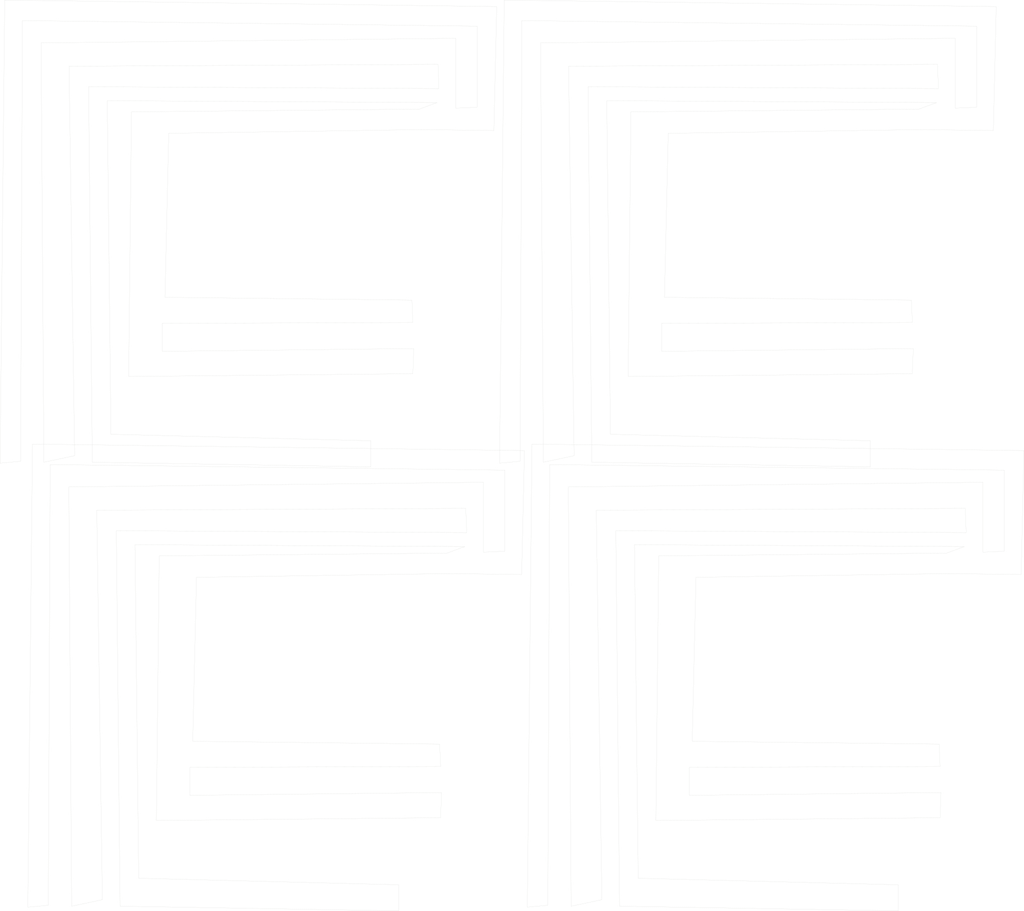
<source format=kicad_pcb>
(kicad_pcb (version 20221018) (generator pcbnew)

  (general
    (thickness 1.6)
  )

  (paper "A4")
  (layers
    (0 "F.Cu" signal)
    (31 "B.Cu" signal)
    (32 "B.Adhes" user "B.Adhesive")
    (33 "F.Adhes" user "F.Adhesive")
    (34 "B.Paste" user)
    (35 "F.Paste" user)
    (36 "B.SilkS" user "B.Silkscreen")
    (37 "F.SilkS" user "F.Silkscreen")
    (38 "B.Mask" user)
    (39 "F.Mask" user)
    (40 "Dwgs.User" user "User.Drawings")
    (41 "Cmts.User" user "User.Comments")
    (42 "Eco1.User" user "User.Eco1")
    (43 "Eco2.User" user "User.Eco2")
    (44 "Edge.Cuts" user)
    (45 "Margin" user)
    (46 "B.CrtYd" user "B.Courtyard")
    (47 "F.CrtYd" user "F.Courtyard")
    (48 "B.Fab" user)
    (49 "F.Fab" user)
    (50 "User.1" user)
    (51 "User.2" user)
    (52 "User.3" user)
    (53 "User.4" user)
    (54 "User.5" user)
    (55 "User.6" user)
    (56 "User.7" user)
    (57 "User.8" user)
    (58 "User.9" user)
  )

  (setup
    (stackup
      (layer "F.SilkS" (type "Top Silk Screen"))
      (layer "F.Paste" (type "Top Solder Paste"))
      (layer "F.Mask" (type "Top Solder Mask") (thickness 0.01))
      (layer "F.Cu" (type "copper") (thickness 0.035))
      (layer "dielectric 1" (type "core") (thickness 1.51) (material "FR4") (epsilon_r 4.5) (loss_tangent 0.02))
      (layer "B.Cu" (type "copper") (thickness 0.035))
      (layer "B.Mask" (type "Bottom Solder Mask") (thickness 0.01))
      (layer "B.Paste" (type "Bottom Solder Paste"))
      (layer "B.SilkS" (type "Bottom Silk Screen"))
      (layer "F.SilkS" (type "Top Silk Screen"))
      (layer "F.Paste" (type "Top Solder Paste"))
      (layer "F.Mask" (type "Top Solder Mask") (thickness 0.01))
      (layer "F.Cu" (type "copper") (thickness 0.035))
      (layer "dielectric 1" (type "core") (thickness 1.51) (material "FR4") (epsilon_r 4.5) (loss_tangent 0.02))
      (layer "B.Cu" (type "copper") (thickness 0.035))
      (layer "B.Mask" (type "Bottom Solder Mask") (thickness 0.01))
      (layer "B.Paste" (type "Bottom Solder Paste"))
      (layer "B.SilkS" (type "Bottom Silk Screen"))
      (layer "F.SilkS" (type "Top Silk Screen"))
      (layer "F.Paste" (type "Top Solder Paste"))
      (layer "F.Mask" (type "Top Solder Mask") (thickness 0.01))
      (layer "F.Cu" (type "copper") (thickness 0.035))
      (layer "dielectric 1" (type "core") (thickness 1.51) (material "FR4") (epsilon_r 4.5) (loss_tangent 0.02))
      (layer "B.Cu" (type "copper") (thickness 0.035))
      (layer "B.Mask" (type "Bottom Solder Mask") (thickness 0.01))
      (layer "B.Paste" (type "Bottom Solder Paste"))
      (layer "B.SilkS" (type "Bottom Silk Screen"))
      (layer "F.SilkS" (type "Top Silk Screen"))
      (layer "F.Paste" (type "Top Solder Paste"))
      (layer "F.Mask" (type "Top Solder Mask") (thickness 0.01))
      (layer "F.Cu" (type "copper") (thickness 0.035))
      (layer "dielectric 1" (type "core") (thickness 1.51) (material "FR4") (epsilon_r 4.5) (loss_tangent 0.02))
      (layer "B.Cu" (type "copper") (thickness 0.035))
      (layer "B.Mask" (type "Bottom Solder Mask") (thickness 0.01))
      (layer "B.Paste" (type "Bottom Solder Paste"))
      (layer "B.SilkS" (type "Bottom Silk Screen"))
      (copper_finish "None")
      (dielectric_constraints no)
    )
    (pad_to_mask_clearance 0)
    (pcbplotparams
      (layerselection 0x00010fc_ffffffff)
      (plot_on_all_layers_selection 0x0000000_00000000)
      (disableapertmacros false)
      (usegerberextensions false)
      (usegerberattributes true)
      (usegerberadvancedattributes true)
      (creategerberjobfile true)
      (dashed_line_dash_ratio 12.000000)
      (dashed_line_gap_ratio 3.000000)
      (svgprecision 4)
      (plotframeref false)
      (viasonmask false)
      (mode 1)
      (useauxorigin false)
      (hpglpennumber 1)
      (hpglpenspeed 20)
      (hpglpendiameter 15.000000)
      (dxfpolygonmode true)
      (dxfimperialunits true)
      (dxfusepcbnewfont true)
      (psnegative false)
      (psa4output false)
      (plotreference true)
      (plotvalue true)
      (plotinvisibletext false)
      (sketchpadsonfab false)
      (subtractmaskfromsilk false)
      (outputformat 1)
      (mirror false)
      (drillshape 1)
      (scaleselection 1)
      (outputdirectory "")
    )
  )

  (net 0 "")

  (gr_line (start 59.679937 117.75989) (end 149.999937 117.42989)
    (stroke (width 0.05) (type default)) (layer "Edge.Cuts") (tstamp 017d2336-b3e7-438d-b21a-7aabf3539d0a))
  (gr_line (start 206.099937 25.08989) (end 339.059937 24.41989)
    (stroke (width 0.05) (type default)) (layer "Edge.Cuts") (tstamp 02596eb4-260d-4998-985c-311127e5f344))
  (gr_line (start 180.219937 3.59989) (end 2.929937 1.24989)
    (stroke (width 0.05) (type default)) (layer "Edge.Cuts") (tstamp 02903242-ea08-48da-bdff-14136d4911f9))
  (gr_line (start 206.029937 176.69989) (end 207.039937 327.78989)
    (stroke (width 0.05) (type default)) (layer "Edge.Cuts") (tstamp 041ead60-25f6-4d2e-b36d-23d36bda8b18))
  (gr_line (start 189.309937 8.63989) (end 353.159937 10.64989)
    (stroke (width 0.05) (type default)) (layer "Edge.Cuts") (tstamp 05d9236f-eb78-4429-b000-d02879b278eb))
  (gr_line (start 339.059937 24.41989) (end 339.399937 33.14989)
    (stroke (width 0.05) (type default)) (layer "Edge.Cuts") (tstamp 06c72e64-fa56-47b6-a9e4-e1db271cb81c))
  (gr_line (start 360.219937 3.59989) (end 182.929937 1.24989)
    (stroke (width 0.05) (type default)) (layer "Edge.Cuts") (tstamp 06dc6bbb-f5ff-4913-a27a-1d4bbe9c1956))
  (gr_line (start 59.679937 127.82989) (end 59.679937 117.75989)
    (stroke (width 0.05) (type default)) (layer "Edge.Cuts") (tstamp 071dae35-7e37-4a4e-ba23-337ff06bbb79))
  (gr_line (start 58.599937 201.53989) (end 57.589937 296.89989)
    (stroke (width 0.05) (type default)) (layer "Edge.Cuts") (tstamp 07eef741-b6f8-4548-8138-ed36afeedaaa))
  (gr_line (start 333.019937 47.91989) (end 359.209937 48.25989)
    (stroke (width 0.05) (type default)) (layer "Edge.Cuts") (tstamp 0890c06e-7189-4dbc-96ef-fdcace1f2355))
  (gr_line (start 219.869937 37.50989) (end 338.729937 38.18989)
    (stroke (width 0.05) (type default)) (layer "Edge.Cuts") (tstamp 08b05e45-a960-404b-844b-7e57f02ce63b))
  (gr_line (start 60.679937 108.35989) (end 62.029937 49.26989)
    (stroke (width 0.05) (type default)) (layer "Edge.Cuts") (tstamp 0e2437b7-0916-48c4-9ea4-3333f59e22a5))
  (gr_line (start 213.149937 32.47989) (end 214.489937 167.78989)
    (stroke (width 0.05) (type default)) (layer "Edge.Cuts") (tstamp 1082ac8e-dfc2-4a26-85c6-b52804357f2e))
  (gr_line (start 229.869937 197.50989) (end 348.729937 198.18989)
    (stroke (width 0.05) (type default)) (layer "Edge.Cuts") (tstamp 11230bab-f0e9-45b0-8bb4-90e164ae2278))
  (gr_line (start 169.059937 184.41989) (end 169.399937 193.14989)
    (stroke (width 0.05) (type default)) (layer "Edge.Cuts") (tstamp 120edf92-748b-45a5-abfe-806f59651e6c))
  (gr_line (start 223.149937 192.47989) (end 224.489937 327.78989)
    (stroke (width 0.05) (type default)) (layer "Edge.Cuts") (tstamp 132ea1d9-0f6f-4ce9-a2bb-49f75dc12d33))
  (gr_line (start 207.039937 327.78989) (end 218.119937 325.43989)
    (stroke (width 0.05) (type default)) (layer "Edge.Cuts") (tstamp 14c38205-a8dd-4d55-952b-632f66cd5f3b))
  (gr_line (start 355.439937 175.01989) (end 206.029937 176.69989)
    (stroke (width 0.05) (type default)) (layer "Edge.Cuts") (tstamp 1503e18d-cb0e-44b4-9adf-098bd5d16632))
  (gr_line (start 239.679937 127.82989) (end 239.679937 117.75989)
    (stroke (width 0.05) (type default)) (layer "Edge.Cuts") (tstamp 15fbf65d-0d8e-43d4-b483-3c8f3d01c7dc))
  (gr_line (start 159.399937 33.14989) (end 33.149937 32.47989)
    (stroke (width 0.05) (type default)) (layer "Edge.Cuts") (tstamp 174b1131-b703-4eb9-9f5f-6612974d131f))
  (gr_line (start 355.439937 200.19989) (end 355.439937 175.01989)
    (stroke (width 0.05) (type default)) (layer "Edge.Cuts") (tstamp 1ef04bd6-1d2b-40c6-a695-b73694c221a7))
  (gr_line (start 338.729937 38.18989) (end 332.349937 40.53989)
    (stroke (width 0.05) (type default)) (layer "Edge.Cuts") (tstamp 1f89247e-4322-4e2e-af44-0bb280ac5af5))
  (gr_line (start 190.219937 163.59989) (end 12.929937 161.24989)
    (stroke (width 0.05) (type default)) (layer "Edge.Cuts") (tstamp 238224f3-6197-4aa3-a71e-a4a9f614d0be))
  (gr_line (start 349.059937 184.41989) (end 349.399937 193.14989)
    (stroke (width 0.05) (type default)) (layer "Edge.Cuts") (tstamp 24c3509e-ccce-4508-ac88-0b236c264f65))
  (gr_line (start 314.889937 160.06989) (end 221.209937 157.71989)
    (stroke (width 0.05) (type default)) (layer "Edge.Cuts") (tstamp 288c4061-fd15-41fe-bb17-4790c8eb5cbb))
  (gr_line (start 26.099937 25.08989) (end 159.059937 24.41989)
    (stroke (width 0.05) (type default)) (layer "Edge.Cuts") (tstamp 28b6b469-c61b-409e-8fcb-faceb5040c05))
  (gr_line (start 183.159937 170.64989) (end 183.159937 199.85989)
    (stroke (width 0.05) (type default)) (layer "Edge.Cuts") (tstamp 2a6e3925-c19a-4062-87c0-3c3131b71f43))
  (gr_line (start 214.489937 167.78989) (end 314.889937 169.46989)
    (stroke (width 0.05) (type default)) (layer "Edge.Cuts") (tstamp 2c1bc748-9f57-4b47-a0d1-fedd2889ad95))
  (gr_line (start 250.679937 268.35989) (end 252.029937 209.26989)
    (stroke (width 0.05) (type default)) (layer "Edge.Cuts") (tstamp 33f7ea59-08c6-4190-936c-3863ed4de1f0))
  (gr_line (start 339.999937 277.42989) (end 339.659937 269.36989)
    (stroke (width 0.05) (type default)) (layer "Edge.Cuts") (tstamp 3424c618-68b1-4bb2-9c6a-b0c5c747af47))
  (gr_line (start 199.309937 168.63989) (end 363.159937 170.64989)
    (stroke (width 0.05) (type default)) (layer "Edge.Cuts") (tstamp 34fca84f-4908-4cd0-b7c1-d8600d4c5326))
  (gr_line (start 39.869937 37.50989) (end 158.729937 38.18989)
    (stroke (width 0.05) (type default)) (layer "Edge.Cuts") (tstamp 3558c2f0-0203-4dc6-9685-2aad5bcd3724))
  (gr_line (start 330.329937 126.82989) (end 239.679937 127.82989)
    (stroke (width 0.05) (type default)) (layer "Edge.Cuts") (tstamp 35bb2811-c606-48c4-aa86-16ec2c65810a))
  (gr_line (start 41.209937 157.71989) (end 39.869937 37.50989)
    (stroke (width 0.05) (type default)) (layer "Edge.Cuts") (tstamp 377c3aee-779f-41fe-a542-364bd527f034))
  (gr_line (start 173.159937 39.85989) (end 165.439937 40.19989)
    (stroke (width 0.05) (type default)) (layer "Edge.Cuts") (tstamp 39dc725f-6b1d-4171-b7b6-038a6348b9f8))
  (gr_line (start 197.039937 167.78989) (end 208.119937 165.43989)
    (stroke (width 0.05) (type default)) (layer "Edge.Cuts") (tstamp 3a35a18a-e781-4176-b8bb-0b969b82825a))
  (gr_line (start 191.249937 328.12989) (end 198.639937 327.44989)
    (stroke (width 0.05) (type default)) (layer "Edge.Cuts") (tstamp 3da4560c-713a-41bf-a1fb-59b7067b706b))
  (gr_line (start 369.209937 208.25989) (end 370.219937 163.59989)
    (stroke (width 0.05) (type default)) (layer "Edge.Cuts") (tstamp 4031d83f-0139-4591-921e-253f5fb5eb85))
  (gr_line (start 163.019937 207.91989) (end 189.209937 208.25989)
    (stroke (width 0.05) (type default)) (layer "Edge.Cuts") (tstamp 40eb0a70-70eb-48e1-95fa-3a175a5c29ca))
  (gr_line (start 339.659937 269.36989) (end 250.679937 268.35989)
    (stroke (width 0.05) (type default)) (layer "Edge.Cuts") (tstamp 410e3dcb-a98d-4d50-8b46-0b54c2c52513))
  (gr_line (start 227.589937 136.89989) (end 329.999937 135.88989)
    (stroke (width 0.05) (type default)) (layer "Edge.Cuts") (tstamp 420b8615-e635-4618-aca8-99160af063c5))
  (gr_line (start 38.119937 325.43989) (end 36.099937 185.08989)
    (stroke (width 0.05) (type default)) (layer "Edge.Cuts") (tstamp 44758ebf-9d80-4df6-8650-ff9de05c600d))
  (gr_line (start 8.639937 167.44989) (end 9.309937 8.63989)
    (stroke (width 0.05) (type default)) (layer "Edge.Cuts") (tstamp 499dee5d-eee2-4ee2-a69f-4d73ccd42796))
  (gr_line (start 363.159937 170.64989) (end 363.159937 199.85989)
    (stroke (width 0.05) (type default)) (layer "Edge.Cuts") (tstamp 4ed6433e-116d-47e1-8415-71d1a85996a8))
  (gr_line (start 252.029937 209.26989) (end 343.019937 207.91989)
    (stroke (width 0.05) (type default)) (layer "Edge.Cuts") (tstamp 4f4aa445-4084-423f-8e3c-45a0c178a809))
  (gr_line (start 179.209937 48.25989) (end 180.219937 3.59989)
    (stroke (width 0.05) (type default)) (layer "Edge.Cuts") (tstamp 507eec05-7302-4ff1-bf3e-dc0c0f95f955))
  (gr_line (start 345.439937 40.19989) (end 345.439937 15.01989)
    (stroke (width 0.05) (type default)) (layer "Edge.Cuts") (tstamp 523d858d-d333-42c2-9d42-4f5730595128))
  (gr_line (start 173.159937 10.64989) (end 173.159937 39.85989)
    (stroke (width 0.05) (type default)) (layer "Edge.Cuts") (tstamp 55ebf8a1-cb96-4275-8efd-00dcc4c30e4a))
  (gr_line (start 196.029937 16.69989) (end 197.039937 167.78989)
    (stroke (width 0.05) (type default)) (layer "Edge.Cuts") (tstamp 56e237af-ebdb-4a5b-bb93-4030b893de84))
  (gr_line (start 159.999937 277.42989) (end 159.659937 269.36989)
    (stroke (width 0.05) (type default)) (layer "Edge.Cuts") (tstamp 577ae743-cab1-4e8d-993e-c23898e62690))
  (gr_line (start 183.159937 199.85989) (end 175.439937 200.19989)
    (stroke (width 0.05) (type default)) (layer "Edge.Cuts") (tstamp 5a62086a-d1d5-4424-8187-5b81761f5787))
  (gr_line (start 150.329937 126.82989) (end 59.679937 127.82989)
    (stroke (width 0.05) (type default)) (layer "Edge.Cuts") (tstamp 5bd6282b-3ed0-46e9-9481-1bd79301c51b))
  (gr_line (start 134.889937 169.46989) (end 134.889937 160.06989)
    (stroke (width 0.05) (type default)) (layer "Edge.Cuts") (tstamp 5bfcb66b-c834-4337-9938-e74902b7623f))
  (gr_line (start 49.869937 197.50989) (end 168.729937 198.18989)
    (stroke (width 0.05) (type default)) (layer "Edge.Cuts") (tstamp 5efd88b5-82dc-4070-bca4-19b50f563916))
  (gr_line (start 198.639937 327.44989) (end 199.309937 168.63989)
    (stroke (width 0.05) (type default)) (layer "Edge.Cuts") (tstamp 601afdcd-aa4b-4a38-8e42-8e442c57a00e))
  (gr_line (start 47.589937 136.89989) (end 149.999937 135.88989)
    (stroke (width 0.05) (type default)) (layer "Edge.Cuts") (tstamp 6170ebad-743d-4f6c-9c3b-e26345b92334))
  (gr_line (start 189.209937 208.25989) (end 190.219937 163.59989)
    (stroke (width 0.05) (type default)) (layer "Edge.Cuts") (tstamp 617655cb-0470-4755-a4d4-2461b9d78790))
  (gr_line (start 349.399937 193.14989) (end 223.149937 192.47989)
    (stroke (width 0.05) (type default)) (layer "Edge.Cuts") (tstamp 6243d2d3-582a-4e0a-af59-aa258a0c6420))
  (gr_line (start 169.399937 193.14989) (end 43.149937 192.47989)
    (stroke (width 0.05) (type default)) (layer "Edge.Cuts") (tstamp 66acea07-7e9e-4628-8271-929850a33d2a))
  (gr_line (start 239.679937 117.75989) (end 329.999937 117.42989)
    (stroke (width 0.05) (type default)) (layer "Edge.Cuts") (tstamp 67644e19-bf34-4e2d-9814-10a0304252bf))
  (gr_line (start 69.679937 287.82989) (end 69.679937 277.75989)
    (stroke (width 0.05) (type default)) (layer "Edge.Cuts") (tstamp 67bad0d8-5f0c-4c22-acbb-6955a9d4e2fd))
  (gr_line (start 218.119937 325.43989) (end 216.099937 185.08989)
    (stroke (width 0.05) (type default)) (layer "Edge.Cuts") (tstamp 6ab624fa-3949-4bd8-ba2a-ca6ec78b5e80))
  (gr_line (start 72.029937 209.26989) (end 163.019937 207.91989)
    (stroke (width 0.05) (type default)) (layer "Edge.Cuts") (tstamp 6bf6cf34-fef3-401b-8641-dfd2c3a83e3f))
  (gr_line (start 359.209937 48.25989) (end 360.219937 3.59989)
    (stroke (width 0.05) (type default)) (layer "Edge.Cuts") (tstamp 6cb9c6d6-d981-4f29-99e0-3e686d333757))
  (gr_line (start 26.029937 176.69989) (end 27.039937 327.78989)
    (stroke (width 0.05) (type default)) (layer "Edge.Cuts") (tstamp 6dac5d06-0906-4483-ab53-210076a771c7))
  (gr_line (start 329.659937 109.36989) (end 240.679937 108.35989)
    (stroke (width 0.05) (type default)) (layer "Edge.Cuts") (tstamp 6e1d14c5-596c-4ee9-a95e-968694eeb9b5))
  (gr_line (start 149.999937 117.42989) (end 149.659937 109.36989)
    (stroke (width 0.05) (type default)) (layer "Edge.Cuts") (tstamp 6f8ea502-a6f6-4e65-8d05-d6f51c59d97f))
  (gr_line (start 134.889937 160.06989) (end 41.209937 157.71989)
    (stroke (width 0.05) (type default)) (layer "Edge.Cuts") (tstamp 6f9766d6-ffc9-4cab-b81d-274c4e7a7e79))
  (gr_line (start 28.119937 165.43989) (end 26.099937 25.08989)
    (stroke (width 0.05) (type default)) (layer "Edge.Cuts") (tstamp 6fd757e1-d90a-452a-a487-a71ffa291128))
  (gr_line (start 216.099937 185.08989) (end 349.059937 184.41989)
    (stroke (width 0.05) (type default)) (layer "Edge.Cuts") (tstamp 723d7de3-4d64-458c-8d9e-71e62bfba3be))
  (gr_line (start 249.679937 277.75989) (end 339.999937 277.42989)
    (stroke (width 0.05) (type default)) (layer "Edge.Cuts") (tstamp 7435105e-4e3c-4a06-b07f-49f9e0027970))
  (gr_line (start 329.999937 135.88989) (end 330.329937 126.82989)
    (stroke (width 0.05) (type default)) (layer "Edge.Cuts") (tstamp 746bc7c0-f0d0-429e-a3f9-5fc7d3621078))
  (gr_line (start 159.659937 269.36989) (end 70.679937 268.35989)
    (stroke (width 0.05) (type default)) (layer "Edge.Cuts") (tstamp 772d5dcc-b9bf-438a-9f6b-05b5a5dc9946))
  (gr_line (start 175.439937 200.19989) (end 175.439937 175.01989)
    (stroke (width 0.05) (type default)) (layer "Edge.Cuts") (tstamp 7761974d-a54b-4d0e-82ba-fcf299fcb84e))
  (gr_line (start 175.439937 175.01989) (end 26.029937 176.69989)
    (stroke (width 0.05) (type default)) (layer "Edge.Cuts") (tstamp 798a33e6-3e6e-4251-864b-4d8043b99239))
  (gr_line (start 324.889937 329.46989) (end 324.889937 320.06989)
    (stroke (width 0.05) (type default)) (layer "Edge.Cuts") (tstamp 7a385f28-da5d-4464-a389-91714eee411f))
  (gr_line (start 342.349937 200.53989) (end 238.599937 201.53989)
    (stroke (width 0.05) (type default)) (layer "Edge.Cuts") (tstamp 7b51110e-cca7-4a0b-b0ce-e357bb0a4d2f))
  (gr_line (start 192.929937 161.24989) (end 191.249937 328.12989)
    (stroke (width 0.05) (type default)) (layer "Edge.Cuts") (tstamp 7b7592a6-3e6d-4594-9b89-07353775485d))
  (gr_line (start 160.329937 286.82989) (end 69.679937 287.82989)
    (stroke (width 0.05) (type default)) (layer "Edge.Cuts") (tstamp 7ed7cf20-fa5c-49db-8da9-3dfaf8b08f1d))
  (gr_line (start 18.639937 327.44989) (end 19.309937 168.63989)
    (stroke (width 0.05) (type default)) (layer "Edge.Cuts") (tstamp 7f33dd23-6cc0-4fff-a733-445ad60d5c5f))
  (gr_line (start 353.159937 39.85989) (end 345.439937 40.19989)
    (stroke (width 0.05) (type default)) (layer "Edge.Cuts") (tstamp 82dce7c8-47b1-4454-9f7a-33dc525ba7ec))
  (gr_line (start 162.349937 200.53989) (end 58.599937 201.53989)
    (stroke (width 0.05) (type default)) (layer "Edge.Cuts") (tstamp 84cf235a-ead3-46f5-8255-3ef5f9b34c5e))
  (gr_line (start 345.439937 15.01989) (end 196.029937 16.69989)
    (stroke (width 0.05) (type default)) (layer "Edge.Cuts") (tstamp 8582f487-5a5d-4056-928c-bc2b1dc94a93))
  (gr_line (start 62.029937 49.26989) (end 153.019937 47.91989)
    (stroke (width 0.05) (type default)) (layer "Edge.Cuts") (tstamp 87995c7e-9318-4aaf-9e11-9ff4aba434b3))
  (gr_line (start 33.149937 32.47989) (end 34.489937 167.78989)
    (stroke (width 0.05) (type default)) (layer "Edge.Cuts") (tstamp 8a6d55ab-5ccd-44d3-ae11-aa40f3d643ae))
  (gr_line (start 249.679937 287.82989) (end 249.679937 277.75989)
    (stroke (width 0.05) (type default)) (layer "Edge.Cuts") (tstamp 8b4297b9-3d48-4eb8-927b-e3715ee8487a))
  (gr_line (start 188.639937 167.44989) (end 189.309937 8.63989)
    (stroke (width 0.05) (type default)) (layer "Edge.Cuts") (tstamp 8d2c68f9-4cf8-4a2d-9ac0-e7ca39996180))
  (gr_line (start 228.599937 41.53989) (end 227.589937 136.89989)
    (stroke (width 0.05) (type default)) (layer "Edge.Cuts") (tstamp 8e7a67f2-7ee7-4b13-b30f-1a66e5252976))
  (gr_line (start 208.119937 165.43989) (end 206.099937 25.08989)
    (stroke (width 0.05) (type default)) (layer "Edge.Cuts") (tstamp 8ed455f1-b2aa-4832-b11b-a0db9726322e))
  (gr_line (start 1.249937 168.12989) (end 8.639937 167.44989)
    (stroke (width 0.05) (type default)) (layer "Edge.Cuts") (tstamp 90be89b9-03a6-4316-ba39-fbcb9a3ccc33))
  (gr_line (start 324.889937 320.06989) (end 231.209937 317.71989)
    (stroke (width 0.05) (type default)) (layer "Edge.Cuts") (tstamp 91a857ff-202f-4513-b8eb-57104cd49622))
  (gr_line (start 237.589937 296.89989) (end 339.999937 295.88989)
    (stroke (width 0.05) (type default)) (layer "Edge.Cuts") (tstamp 91d31940-c2f5-4bcf-9e03-dc55ddae1bae))
  (gr_line (start 17.039937 167.78989) (end 28.119937 165.43989)
    (stroke (width 0.05) (type default)) (layer "Edge.Cuts") (tstamp 93368fa6-a0fd-4d12-b5c8-344b3a9f3b48))
  (gr_line (start 9.309937 8.63989) (end 173.159937 10.64989)
    (stroke (width 0.05) (type default)) (layer "Edge.Cuts") (tstamp 9724aac8-090e-486d-ad98-74372c033046))
  (gr_line (start 152.349937 40.53989) (end 48.599937 41.53989)
    (stroke (width 0.05) (type default)) (layer "Edge.Cuts") (tstamp 979ca40e-8da8-4530-8fb1-3ffe9a407b77))
  (gr_line (start 231.209937 317.71989) (end 229.869937 197.50989)
    (stroke (width 0.05) (type default)) (layer "Edge.Cuts") (tstamp 99fed973-f259-4bc2-b6f8-afe6edb411f7))
  (gr_line (start 12.929937 161.24989) (end 11.249937 328.12989)
    (stroke (width 0.05) (type default)) (layer "Edge.Cuts") (tstamp 9c5aa502-9550-4ba2-9dbd-89e39c28ae23))
  (gr_line (start 165.439937 40.19989) (end 165.439937 15.01989)
    (stroke (width 0.05) (type default)) (layer "Edge.Cuts") (tstamp 9c5ef633-e157-4569-a150-e335d68324f8))
  (gr_line (start 149.659937 109.36989) (end 60.679937 108.35989)
    (stroke (width 0.05) (type default)) (layer "Edge.Cuts") (tstamp 9e59976f-7eb4-47a4-8c2c-a560c73b5dd6))
  (gr_line (start 19.309937 168.63989) (end 183.159937 170.64989)
    (stroke (width 0.05) (type default)) (layer "Edge.Cuts") (tstamp 9eb3228e-9cf1-4ae2-bf83-2f1df4b1ed31))
  (gr_line (start 348.729937 198.18989) (end 342.349937 200.53989)
    (stroke (width 0.05) (type default)) (layer "Edge.Cuts") (tstamp 9ef570fc-113f-4803-8464-b09cfc1c63a7))
  (gr_line (start 16.029937 16.69989) (end 17.039937 167.78989)
    (stroke (width 0.05) (type default)) (layer "Edge.Cuts") (tstamp 9f2d923b-eb50-4697-b4ca-8eca2b2cbfdc))
  (gr_line (start 11.249937 328.12989) (end 18.639937 327.44989)
    (stroke (width 0.05) (type default)) (layer "Edge.Cuts") (tstamp a727e268-6087-4522-88a9-9dc9354544a8))
  (gr_line (start 144.889937 329.46989) (end 144.889937 320.06989)
    (stroke (width 0.05) (type default)) (layer "Edge.Cuts") (tstamp aba90cfc-02fa-4c85-b2e4-5dbb45c91a47))
  (gr_line (start 353.159937 10.64989) (end 353.159937 39.85989)
    (stroke (width 0.05) (type default)) (layer "Edge.Cuts") (tstamp acfa5df4-9d9d-4aef-ac7a-59e10730a823))
  (gr_line (start 27.039937 327.78989) (end 38.119937 325.43989)
    (stroke (width 0.05) (type default)) (layer "Edge.Cuts") (tstamp add01fdf-d6d2-4707-9605-148227e92329))
  (gr_line (start 159.059937 24.41989) (end 159.399937 33.14989)
    (stroke (width 0.05) (type default)) (layer "Edge.Cuts") (tstamp b25e19f1-4320-4405-96b4-6f4ee34e6e34))
  (gr_line (start 370.219937 163.59989) (end 192.929937 161.24989)
    (stroke (width 0.05) (type default)) (layer "Edge.Cuts") (tstamp b4025e5e-7d48-4661-ab2c-e45eb9467b98))
  (gr_line (start 70.679937 268.35989) (end 72.029937 209.26989)
    (stroke (width 0.05) (type default)) (layer "Edge.Cuts") (tstamp b8852637-310f-4a71-a464-03b81b79d4e9))
  (gr_line (start 149.999937 135.88989) (end 150.329937 126.82989)
    (stroke (width 0.05) (type default)) (layer "Edge.Cuts") (tstamp b8de8c5d-973e-4b38-a49a-bf26c6661082))
  (gr_line (start 343.019937 207.91989) (end 369.209937 208.25989)
    (stroke (width 0.05) (type default)) (layer "Edge.Cuts") (tstamp ba6d1905-f51f-4814-9ffa-58dc8a8f5e24))
  (gr_line (start 44.489937 327.78989) (end 144.889937 329.46989)
    (stroke (width 0.05) (type default)) (layer "Edge.Cuts") (tstamp bb039a9f-c9e0-4d98-9d3d-1504bd01dfd8))
  (gr_line (start 238.599937 201.53989) (end 237.589937 296.89989)
    (stroke (width 0.05) (type default)) (layer "Edge.Cuts") (tstamp befc1d48-e22e-4cc9-8955-85ca62bdeaab))
  (gr_line (start 242.029937 49.26989) (end 333.019937 47.91989)
    (stroke (width 0.05) (type default)) (layer "Edge.Cuts") (tstamp bf914765-1d1c-4cf2-8f20-40b26d01b3d8))
  (gr_line (start 182.929937 1.24989) (end 181.249937 168.12989)
    (stroke (width 0.05) (type default)) (layer "Edge.Cuts") (tstamp c23a3a8f-3b6a-49c3-b179-26a993041166))
  (gr_line (start 329.999937 117.42989) (end 329.659937 109.36989)
    (stroke (width 0.05) (type default)) (layer "Edge.Cuts") (tstamp c3050d97-ba9a-41ee-a65f-ad37d4d2402a))
  (gr_line (start 69.679937 277.75989) (end 159.999937 277.42989)
    (stroke (width 0.05) (type default)) (layer "Edge.Cuts") (tstamp c46d896a-83ac-47c4-9d34-2e2191c5fb53))
  (gr_line (start 314.889937 169.46989) (end 314.889937 160.06989)
    (stroke (width 0.05) (type default)) (layer "Edge.Cuts") (tstamp c7d15c36-9b0b-42ee-b881-c673868061b2))
  (gr_line (start 144.889937 320.06989) (end 51.209937 317.71989)
    (stroke (width 0.05) (type default)) (layer "Edge.Cuts") (tstamp cc0c6934-f432-42b3-8025-c80d2fc6b5dc))
  (gr_line (start 339.399937 33.14989) (end 213.149937 32.47989)
    (stroke (width 0.05) (type default)) (layer "Edge.Cuts") (tstamp d25d34e0-4b4d-4534-be23-f43b64369b07))
  (gr_line (start 340.329937 286.82989) (end 249.679937 287.82989)
    (stroke (width 0.05) (type default)) (layer "Edge.Cuts") (tstamp d3c8b4b4-e209-4db8-85b8-32809ad5fd51))
  (gr_line (start 240.679937 108.35989) (end 242.029937 49.26989)
    (stroke (width 0.05) (type default)) (layer "Edge.Cuts") (tstamp d4cdabab-79a0-4248-b070-5c4492dadac1))
  (gr_line (start 168.729937 198.18989) (end 162.349937 200.53989)
    (stroke (width 0.05) (type default)) (layer "Edge.Cuts") (tstamp d742941c-11d9-40d0-99fd-b23b6b49dbb4))
  (gr_line (start 43.149937 192.47989) (end 44.489937 327.78989)
    (stroke (width 0.05) (type default)) (layer "Edge.Cuts") (tstamp d9710422-8097-46d5-b119-fe8dbc004a10))
  (gr_line (start 158.729937 38.18989) (end 152.349937 40.53989)
    (stroke (width 0.05) (type default)) (layer "Edge.Cuts") (tstamp d99a2af6-c1bd-4172-8319-4e0cd6d7d511))
  (gr_line (start 363.159937 199.85989) (end 355.439937 200.19989)
    (stroke (width 0.05) (type default)) (layer "Edge.Cuts") (tstamp d99d0ec8-b3b5-4830-b119-f479ab557b69))
  (gr_line (start 224.489937 327.78989) (end 324.889937 329.46989)
    (stroke (width 0.05) (type default)) (layer "Edge.Cuts") (tstamp dad184b2-561a-4bbc-810f-16375062e693))
  (gr_line (start 36.099937 185.08989) (end 169.059937 184.41989)
    (stroke (width 0.05) (type default)) (layer "Edge.Cuts") (tstamp e1ddba75-dfaa-4f0a-9d67-c59a9b02a360))
  (gr_line (start 48.599937 41.53989) (end 47.589937 136.89989)
    (stroke (width 0.05) (type default)) (layer "Edge.Cuts") (tstamp e497b8f3-0c5a-413c-88a0-fd856f69a6e4))
  (gr_line (start 339.999937 295.88989) (end 340.329937 286.82989)
    (stroke (width 0.05) (type default)) (layer "Edge.Cuts") (tstamp eb832dfe-1917-4b18-9f7f-55b1e5742ab4))
  (gr_line (start 159.999937 295.88989) (end 160.329937 286.82989)
    (stroke (width 0.05) (type default)) (layer "Edge.Cuts") (tstamp efed82ff-23fa-4137-8824-2bde445a0416))
  (gr_line (start 332.349937 40.53989) (end 228.599937 41.53989)
    (stroke (width 0.05) (type default)) (layer "Edge.Cuts") (tstamp f0ad7e42-f5f2-4ed0-a568-09bd5ffb50a1))
  (gr_line (start 2.929937 1.24989) (end 1.249937 168.12989)
    (stroke (width 0.05) (type default)) (layer "Edge.Cuts") (tstamp f0bf30c1-21df-4a6e-b85e-1992fbca8f15))
  (gr_line (start 165.439937 15.01989) (end 16.029937 16.69989)
    (stroke (width 0.05) (type default)) (layer "Edge.Cuts") (tstamp f61d88bb-fd9d-4df9-a291-48e75e922e96))
  (gr_line (start 153.019937 47.91989) (end 179.209937 48.25989)
    (stroke (width 0.05) (type default)) (layer "Edge.Cuts") (tstamp f965320e-7dfa-4139-93d3-78d20e466c3d))
  (gr_line (start 51.209937 317.71989) (end 49.869937 197.50989)
    (stroke (width 0.05) (type default)) (layer "Edge.Cuts") (tstamp fbdd0fca-8bb2-40ee-ac41-4e31d7a38723))
  (gr_line (start 34.489937 167.78989) (end 134.889937 169.46989)
    (stroke (width 0.05) (type default)) (layer "Edge.Cuts") (tstamp fda9ff26-9333-469b-af1c-3872b0fb06b9))
  (gr_line (start 181.249937 168.12989) (end 188.639937 167.44989)
    (stroke (width 0.05) (type default)) (layer "Edge.Cuts") (tstamp fdcea63c-d65a-4be4-a6e8-b1f350669530))
  (gr_line (start 57.589937 296.89989) (end 159.999937 295.88989)
    (stroke (width 0.05) (type default)) (layer "Edge.Cuts") (tstamp fe3b40f2-f17a-425a-a0bb-4decaf47123d))
  (gr_line (start 221.209937 157.71989) (end 219.869937 37.50989)
    (stroke (width 0.05) (type default)) (layer "Edge.Cuts") (tstamp ffd34e0a-7d2c-449c-a5a0-1e4375daef28))

)

</source>
